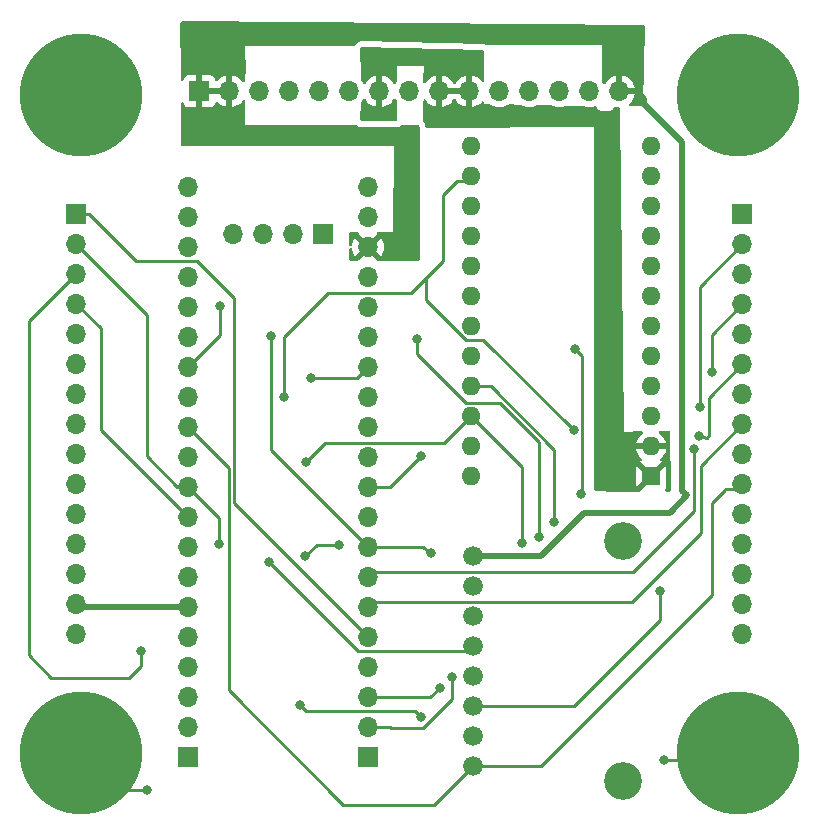
<source format=gbr>
%TF.GenerationSoftware,KiCad,Pcbnew,7.0.7*%
%TF.CreationDate,2024-04-01T01:38:16+05:30*%
%TF.ProjectId,FC_THT_STACK,46435f54-4854-45f5-9354-41434b2e6b69,rev?*%
%TF.SameCoordinates,Original*%
%TF.FileFunction,Copper,L1,Top*%
%TF.FilePolarity,Positive*%
%FSLAX46Y46*%
G04 Gerber Fmt 4.6, Leading zero omitted, Abs format (unit mm)*
G04 Created by KiCad (PCBNEW 7.0.7) date 2024-04-01 01:38:16*
%MOMM*%
%LPD*%
G01*
G04 APERTURE LIST*
%TA.AperFunction,ComponentPad*%
%ADD10R,1.700000X1.700000*%
%TD*%
%TA.AperFunction,ComponentPad*%
%ADD11O,1.700000X1.700000*%
%TD*%
%TA.AperFunction,ComponentPad*%
%ADD12C,10.400000*%
%TD*%
%TA.AperFunction,ComponentPad*%
%ADD13C,1.676400*%
%TD*%
%TA.AperFunction,ComponentPad*%
%ADD14C,3.200400*%
%TD*%
%TA.AperFunction,ComponentPad*%
%ADD15R,1.600000X1.600000*%
%TD*%
%TA.AperFunction,ComponentPad*%
%ADD16O,1.600000X1.600000*%
%TD*%
%TA.AperFunction,ViaPad*%
%ADD17C,0.800000*%
%TD*%
%TA.AperFunction,Conductor*%
%ADD18C,0.500000*%
%TD*%
%TA.AperFunction,Conductor*%
%ADD19C,0.250000*%
%TD*%
G04 APERTURE END LIST*
D10*
%TO.P,U3,1,B12*%
%TO.N,unconnected-(U3-B12-Pad1)*%
X114720000Y-111581000D03*
D11*
%TO.P,U3,2,B13*%
%TO.N,SCLK_SPI2*%
X114720000Y-109041000D03*
%TO.P,U3,3,B14*%
%TO.N,MISO_SPI2*%
X114720000Y-106501000D03*
%TO.P,U3,4,B15*%
%TO.N,MOSI_SPI2*%
X114720000Y-103961000D03*
%TO.P,U3,5,A8*%
%TO.N,CS_MS5607*%
X114720000Y-101421000D03*
%TO.P,U3,6,A9*%
%TO.N,TX_TELEM*%
X114720000Y-98881000D03*
%TO.P,U3,7,A10*%
%TO.N,RX_TELEM*%
X114720000Y-96341000D03*
%TO.P,U3,8,A11*%
%TO.N,CS_LPS*%
X114720000Y-93801000D03*
%TO.P,U3,9,A12*%
%TO.N,CS_ADXL*%
X114720000Y-91261000D03*
%TO.P,U3,10,A15*%
%TO.N,CS_LSM*%
X114720000Y-88721000D03*
%TO.P,U3,11,B3*%
%TO.N,unconnected-(U3-B3-Pad11)*%
X114720000Y-86181000D03*
%TO.P,U3,12,B4*%
%TO.N,unconnected-(U3-B4-Pad12)*%
X114720000Y-83641000D03*
%TO.P,U3,13,B5*%
%TO.N,unconnected-(U3-B5-Pad13)*%
X114720000Y-81101000D03*
%TO.P,U3,14,B6*%
%TO.N,I2C1_SCL*%
X114720000Y-78561000D03*
%TO.P,U3,15,B7*%
%TO.N,I2C1_SDA*%
X114720000Y-76021000D03*
%TO.P,U3,16,B8*%
%TO.N,unconnected-(U3-B8-Pad16)*%
X114720000Y-73481000D03*
%TO.P,U3,17,B9*%
%TO.N,unconnected-(U3-B9-Pad17)*%
X114720000Y-70941000D03*
%TO.P,U3,18,5V*%
%TO.N,5V*%
X114720000Y-68401000D03*
%TO.P,U3,19,G*%
%TO.N,GND*%
X114720000Y-65861000D03*
%TO.P,U3,20,3.3*%
%TO.N,unconnected-(U3-3.3-Pad20)*%
X114720000Y-63321000D03*
D10*
%TO.P,U3,21,5V*%
%TO.N,unconnected-(U3-5V-Pad21)*%
X99480000Y-111581000D03*
D11*
%TO.P,U3,22,G*%
%TO.N,GND*%
X99480000Y-109041000D03*
%TO.P,U3,23,3.3*%
%TO.N,unconnected-(U3-3.3-Pad23)*%
X99480000Y-106501000D03*
%TO.P,U3,24,B10*%
%TO.N,unconnected-(U3-B10-Pad24)*%
X99480000Y-103961000D03*
%TO.P,U3,25,B2*%
%TO.N,unconnected-(U3-B2-Pad25)*%
X99480000Y-101421000D03*
%TO.P,U3,26,B1*%
%TO.N,PYRO1*%
X99480000Y-98881000D03*
%TO.P,U3,27,B0*%
%TO.N,unconnected-(U3-B0-Pad27)*%
X99480000Y-96341000D03*
%TO.P,U3,28,A7*%
%TO.N,MOSI_SPI1*%
X99480000Y-93801000D03*
%TO.P,U3,29,A6*%
%TO.N,MISO_SPI1*%
X99480000Y-91261000D03*
%TO.P,U3,30,A5*%
%TO.N,SCLK_SPI1*%
X99480000Y-88721000D03*
%TO.P,U3,31,A4*%
%TO.N,unconnected-(U3-A4-Pad31)*%
X99480000Y-86181000D03*
%TO.P,U3,32,A3*%
%TO.N,INT_LPS*%
X99480000Y-83641000D03*
%TO.P,U3,33,A2*%
%TO.N,INT_LSM*%
X99480000Y-81101000D03*
%TO.P,U3,34,A1*%
%TO.N,INT_ADXL*%
X99480000Y-78561000D03*
%TO.P,U3,35,A0*%
%TO.N,PYRO2*%
X99480000Y-76021000D03*
%TO.P,U3,36,R*%
%TO.N,unconnected-(U3-R-Pad36)*%
X99480000Y-73481000D03*
%TO.P,U3,37,C15*%
%TO.N,unconnected-(U3-C15-Pad37)*%
X99480000Y-70941000D03*
%TO.P,U3,38,C14*%
%TO.N,unconnected-(U3-C14-Pad38)*%
X99480000Y-68401000D03*
%TO.P,U3,39,C13*%
%TO.N,unconnected-(U3-C13-Pad39)*%
X99480000Y-65861000D03*
%TO.P,U3,40,VB*%
%TO.N,unconnected-(U3-VB-Pad40)*%
X99480000Y-63321000D03*
D10*
%TO.P,U3,41,3.3V*%
%TO.N,unconnected-(U3-3.3V-Pad41)*%
X110910000Y-67295000D03*
D11*
%TO.P,U3,42,SWDIO*%
%TO.N,unconnected-(U3-SWDIO-Pad42)*%
X108370000Y-67295000D03*
%TO.P,U3,43,SWCLK*%
%TO.N,unconnected-(U3-SWCLK-Pad43)*%
X105830000Y-67295000D03*
%TO.P,U3,44,GND*%
%TO.N,GND*%
X103290000Y-67295000D03*
%TD*%
D10*
%TO.P,U4,1*%
%TO.N,CS_ADXL*%
X146405600Y-65633600D03*
D11*
%TO.P,U4,2*%
%TO.N,SCLK_SPI2*%
X146405600Y-68173600D03*
%TO.P,U4,3*%
%TO.N,MOSI_SPI2*%
X146405600Y-70713600D03*
%TO.P,U4,4*%
%TO.N,MISO_SPI2*%
X146405600Y-73253600D03*
%TO.P,U4,5*%
%TO.N,INT_ADXL*%
X146405600Y-75793600D03*
%TO.P,U4,6*%
%TO.N,CS_LSM*%
X146405600Y-78333600D03*
%TO.P,U4,7*%
%TO.N,INT_LSM*%
X146405600Y-80873600D03*
%TO.P,U4,8*%
%TO.N,TX_TELEM*%
X146405600Y-83413600D03*
%TO.P,U4,9*%
%TO.N,RX_TELEM*%
X146405600Y-85953600D03*
%TO.P,U4,10*%
%TO.N,INT_LPS*%
X146405600Y-88493600D03*
%TO.P,U4,11*%
%TO.N,unconnected-(U4-Pad11)*%
X146405600Y-91033600D03*
%TO.P,U4,12*%
%TO.N,unconnected-(U4-Pad12)*%
X146405600Y-93573600D03*
%TO.P,U4,13*%
%TO.N,unconnected-(U4-Pad13)*%
X146405600Y-96113600D03*
%TO.P,U4,14*%
%TO.N,PYRO2*%
X146405600Y-98653600D03*
%TO.P,U4,15*%
%TO.N,unconnected-(U4-Pad15)*%
X146405600Y-101193600D03*
%TO.P,U4,16*%
%TO.N,unconnected-(U4-Pad16)*%
X90005600Y-101163600D03*
%TO.P,U4,17*%
%TO.N,PYRO1*%
X90005600Y-98623600D03*
%TO.P,U4,18*%
%TO.N,unconnected-(U4-Pad18)*%
X90005600Y-96083600D03*
%TO.P,U4,19*%
%TO.N,unconnected-(U4-Pad19)*%
X90005600Y-93543600D03*
%TO.P,U4,20*%
%TO.N,unconnected-(U4-Pad20)*%
X90005600Y-91003600D03*
%TO.P,U4,21*%
%TO.N,unconnected-(U4-Pad21)*%
X90005600Y-88463600D03*
%TO.P,U4,22*%
%TO.N,unconnected-(U4-Pad22)*%
X90005600Y-85923600D03*
%TO.P,U4,23*%
%TO.N,I2C1_SDA*%
X90005600Y-83383600D03*
%TO.P,U4,24*%
%TO.N,I2C1_SCL*%
X90005600Y-80843600D03*
%TO.P,U4,25*%
%TO.N,unconnected-(U4-Pad25)*%
X90005600Y-78303600D03*
%TO.P,U4,26*%
%TO.N,CS_LPS*%
X90005600Y-75763600D03*
%TO.P,U4,27*%
%TO.N,MISO_SPI1*%
X90005600Y-73223600D03*
%TO.P,U4,28*%
%TO.N,MOSI_SPI1*%
X90005600Y-70683600D03*
%TO.P,U4,29*%
%TO.N,SCLK_SPI1*%
X90005600Y-68143600D03*
D10*
%TO.P,U4,30*%
%TO.N,CS_MS5607*%
X90005600Y-65603600D03*
%TO.P,U4,31*%
%TO.N,5V*%
X100430600Y-55218600D03*
D11*
%TO.P,U4,32*%
X102970600Y-55218600D03*
%TO.P,U4,33*%
%TO.N,unconnected-(U4-Pad33)*%
X105510600Y-55218600D03*
%TO.P,U4,34*%
%TO.N,unconnected-(U4-Pad34)*%
X108050600Y-55218600D03*
%TO.P,U4,35*%
%TO.N,unconnected-(U4-Pad35)*%
X110590600Y-55218600D03*
%TO.P,U4,36*%
%TO.N,unconnected-(U4-Pad36)*%
X113130600Y-55218600D03*
%TO.P,U4,37*%
%TO.N,3.3V*%
X115670600Y-55218600D03*
%TO.P,U4,38*%
%TO.N,unconnected-(U4-Pad38)*%
X118210600Y-55218600D03*
%TO.P,U4,39*%
%TO.N,3.3V*%
X120750600Y-55218600D03*
%TO.P,U4,40*%
X123290600Y-55218600D03*
%TO.P,U4,41*%
%TO.N,unconnected-(U4-Pad41)*%
X125830600Y-55218600D03*
%TO.P,U4,42*%
%TO.N,unconnected-(U4-Pad42)*%
X128370600Y-55218600D03*
%TO.P,U4,43*%
%TO.N,unconnected-(U4-Pad43)*%
X130910600Y-55218600D03*
%TO.P,U4,44*%
%TO.N,unconnected-(U4-Pad44)*%
X133450600Y-55218600D03*
%TO.P,U4,45*%
%TO.N,5V*%
X135990600Y-55218600D03*
D12*
%TO.P,U4,49,1*%
%TO.N,GND*%
X146005600Y-111218600D03*
%TO.P,U4,50,1*%
X90405600Y-111218600D03*
%TO.P,U4,51,1*%
X90405600Y-55518600D03*
%TO.P,U4,52,1*%
X146005600Y-55533600D03*
%TD*%
D13*
%TO.P,U1,1,VIN*%
%TO.N,5V*%
X123600000Y-94560000D03*
%TO.P,U1,2,3Vo*%
%TO.N,unconnected-(U1-3Vo-Pad2)*%
X123600000Y-97100000D03*
%TO.P,U1,3,GND*%
%TO.N,GND*%
X123600000Y-99640000D03*
%TO.P,U1,4,SCK*%
%TO.N,SCLK_SPI1*%
X123600000Y-102180000D03*
%TO.P,U1,5,SDO*%
%TO.N,MISO_SPI1*%
X123600000Y-104720000D03*
%TO.P,U1,6,SDI*%
%TO.N,MOSI_SPI1*%
X123600000Y-107260000D03*
%TO.P,U1,7,CS*%
%TO.N,CS_LPS*%
X123600000Y-109800000D03*
%TO.P,U1,8,INT*%
%TO.N,INT_LPS*%
X123600000Y-112340000D03*
D14*
%TO.P,U1,M$1*%
%TO.N,N/C*%
X136300000Y-113614981D03*
%TO.P,U1,M$2*%
X136300000Y-93290000D03*
%TD*%
D15*
%TO.P,U2,1,VDD*%
%TO.N,3.3V*%
X138675000Y-87825000D03*
D16*
%TO.P,U2,2,VDDIO*%
X138675000Y-85285000D03*
%TO.P,U2,3,OCS*%
%TO.N,unconnected-(U2-OCS-Pad3)*%
X138675000Y-82745000D03*
%TO.P,U2,4,SCX*%
%TO.N,unconnected-(U2-SCX-Pad4)*%
X138675000Y-80205000D03*
%TO.P,U2,5,SDX*%
%TO.N,unconnected-(U2-SDX-Pad5)*%
X138675000Y-77665000D03*
%TO.P,U2,6,OSDO*%
%TO.N,unconnected-(U2-OSDO-Pad6)*%
X138675000Y-75125000D03*
%TO.P,U2,7*%
%TO.N,unconnected-(U2-Pad7)*%
X138675000Y-72585000D03*
%TO.P,U2,8*%
%TO.N,unconnected-(U2-Pad8)*%
X138675000Y-70045000D03*
%TO.P,U2,9*%
%TO.N,unconnected-(U2-Pad9)*%
X138675000Y-67505000D03*
%TO.P,U2,10*%
%TO.N,unconnected-(U2-Pad10)*%
X138675000Y-64965000D03*
%TO.P,U2,11*%
%TO.N,unconnected-(U2-Pad11)*%
X138675000Y-62425000D03*
%TO.P,U2,12*%
%TO.N,unconnected-(U2-Pad12)*%
X138675000Y-59885000D03*
%TO.P,U2,13,SCX*%
%TO.N,unconnected-(U2-SCX-Pad13)*%
X123435000Y-87825000D03*
%TO.P,U2,14*%
%TO.N,unconnected-(U2-Pad14)*%
X123435000Y-85285000D03*
%TO.P,U2,15,SDO*%
%TO.N,MISO_SPI1*%
X123435000Y-82745000D03*
%TO.P,U2,16,SDA*%
%TO.N,MOSI_SPI1*%
X123435000Y-80205000D03*
%TO.P,U2,17,SCL*%
%TO.N,SCLK_SPI1*%
X123435000Y-77665000D03*
%TO.P,U2,18,CS*%
%TO.N,CS_LSM*%
X123435000Y-75125000D03*
%TO.P,U2,19,OCS*%
%TO.N,unconnected-(U2-OCS-Pad19)*%
X123435000Y-72585000D03*
%TO.P,U2,20,SDX*%
%TO.N,unconnected-(U2-SDX-Pad20)*%
X123435000Y-70045000D03*
%TO.P,U2,21,OSDO*%
%TO.N,unconnected-(U2-OSDO-Pad21)*%
X123435000Y-67505000D03*
%TO.P,U2,22,INT2*%
%TO.N,unconnected-(U2-INT2-Pad22)*%
X123435000Y-64965000D03*
%TO.P,U2,23,INT1*%
%TO.N,INT_LSM*%
X123435000Y-62425000D03*
%TO.P,U2,24,GND*%
%TO.N,GND*%
X123435000Y-59885000D03*
%TD*%
D17*
%TO.N,GND*%
X139776200Y-111836200D03*
X96037400Y-114350800D03*
%TO.N,SCLK_SPI1*%
X106362500Y-95084900D03*
X112242600Y-93599000D03*
X102082600Y-93522800D03*
X109397800Y-94564200D03*
%TO.N,MISO_SPI1*%
X109499400Y-86563200D03*
X127711200Y-93497400D03*
%TO.N,MOSI_SPI1*%
X95478600Y-102641400D03*
X130429000Y-91668600D03*
X139395200Y-97536000D03*
X119176800Y-108153200D03*
X108991400Y-107213400D03*
%TO.N,CS_LPS*%
X106476800Y-75895200D03*
X120065800Y-94310200D03*
%TO.N,CS_LSM*%
X132715000Y-89281000D03*
X119202200Y-86080600D03*
X132232400Y-77038200D03*
X142748000Y-84429600D03*
%TO.N,INT_LSM*%
X132130800Y-83921600D03*
X107621000Y-81101000D03*
%TO.N,SCLK_SPI2*%
X142824200Y-81965800D03*
X121843800Y-104775000D03*
%TO.N,MISO_SPI2*%
X120790800Y-105701000D03*
X143814800Y-78994000D03*
%TO.N,RX_TELEM*%
X142316200Y-85521800D03*
%TO.N,I2C1_SCL*%
X109880400Y-79527400D03*
%TO.N,INT_ADXL*%
X102209600Y-73380600D03*
%TO.N,PYRO2*%
X129184400Y-92913200D03*
X118846600Y-76200000D03*
%TD*%
D18*
%TO.N,5V*%
X141732000Y-89433400D02*
X141325600Y-89027000D01*
X138099800Y-55905400D02*
X137413000Y-55218600D01*
X138099800Y-56286400D02*
X138099800Y-55905400D01*
X140284200Y-90881200D02*
X141732000Y-89433400D01*
X141325600Y-89027000D02*
X141325600Y-59512200D01*
X137413000Y-55218600D02*
X135990600Y-55218600D01*
X133019800Y-90881200D02*
X140284200Y-90881200D01*
X141325600Y-59512200D02*
X138099800Y-56286400D01*
X123600000Y-94560000D02*
X129341000Y-94560000D01*
X129341000Y-94560000D02*
X133019800Y-90881200D01*
D19*
%TO.N,GND*%
X139776200Y-111836200D02*
X145388000Y-111836200D01*
X96037400Y-114350800D02*
X93537800Y-114350800D01*
X145388000Y-111836200D02*
X146005600Y-111218600D01*
X93537800Y-114350800D02*
X90405600Y-111218600D01*
%TO.N,SCLK_SPI1*%
X109474000Y-94513400D02*
X109448600Y-94513400D01*
X90005600Y-68143600D02*
X95986600Y-74124600D01*
X123600000Y-102180000D02*
X123184000Y-102596000D01*
X95986600Y-86131400D02*
X98576200Y-88721000D01*
X98576200Y-88721000D02*
X99480000Y-88721000D01*
X102082600Y-91323600D02*
X99480000Y-88721000D01*
X123184000Y-102596000D02*
X113873600Y-102596000D01*
X102082600Y-93522800D02*
X102082600Y-91323600D01*
X110388400Y-93599000D02*
X109474000Y-94513400D01*
X95986600Y-74124600D02*
X95986600Y-86131400D01*
X112242600Y-93599000D02*
X110388400Y-93599000D01*
X113873600Y-102596000D02*
X106248200Y-94970600D01*
X109448600Y-94513400D02*
X109397800Y-94564200D01*
%TO.N,MISO_SPI1*%
X111056600Y-85006000D02*
X121174000Y-85006000D01*
X109499400Y-86563200D02*
X111056600Y-85006000D01*
X92075000Y-75293000D02*
X90005600Y-73223600D01*
X123435000Y-82745000D02*
X127711200Y-87021200D01*
X127711200Y-87021200D02*
X127711200Y-93497400D01*
X92075000Y-83856000D02*
X92075000Y-75293000D01*
X121174000Y-85006000D02*
X123435000Y-82745000D01*
X99480000Y-91261000D02*
X92075000Y-83856000D01*
%TO.N,MOSI_SPI1*%
X86004400Y-74684800D02*
X86004400Y-102971600D01*
X95478600Y-103835200D02*
X95478600Y-102641400D01*
X90005600Y-70683600D02*
X86004400Y-74684800D01*
X123435000Y-80205000D02*
X125088196Y-80205000D01*
X119202200Y-108153200D02*
X119176800Y-108153200D01*
X132135000Y-107260000D02*
X123600000Y-107260000D01*
X130454400Y-91694000D02*
X130429000Y-91668600D01*
X118725000Y-107676000D02*
X119202200Y-108153200D01*
X139395200Y-99999800D02*
X132135000Y-107260000D01*
X125088196Y-80205000D02*
X130454400Y-85571204D01*
X94462600Y-104851200D02*
X95478600Y-103835200D01*
X108991400Y-107213400D02*
X109454000Y-107676000D01*
X86004400Y-102971600D02*
X87884000Y-104851200D01*
X139395200Y-97536000D02*
X139395200Y-99999800D01*
X130454400Y-85571204D02*
X130454400Y-91694000D01*
X109454000Y-107676000D02*
X118725000Y-107676000D01*
X87884000Y-104851200D02*
X94462600Y-104851200D01*
%TO.N,CS_LPS*%
X114720000Y-93801000D02*
X119404200Y-93801000D01*
X120015000Y-94411800D02*
X120015000Y-94361000D01*
X114720000Y-93801000D02*
X106476800Y-85557800D01*
X120015000Y-94361000D02*
X120065800Y-94310200D01*
X119404200Y-93801000D02*
X120015000Y-94411800D01*
X106476800Y-85557800D02*
X106476800Y-75895200D01*
%TO.N,INT_LPS*%
X144932400Y-88874600D02*
X146024600Y-88874600D01*
X112623600Y-115620800D02*
X120319200Y-115620800D01*
X102928000Y-105925200D02*
X112623600Y-115620800D01*
X146024600Y-88874600D02*
X146405600Y-88493600D01*
X144932400Y-88976200D02*
X144932400Y-88874600D01*
X129366400Y-112340000D02*
X143865600Y-97840800D01*
X123600000Y-112340000D02*
X129366400Y-112340000D01*
X143865600Y-97840800D02*
X143865600Y-90043000D01*
X102928000Y-87089000D02*
X102928000Y-105925200D01*
X99480000Y-83641000D02*
X102928000Y-87089000D01*
X120319200Y-115620800D02*
X123600000Y-112340000D01*
X143865600Y-90043000D02*
X144932400Y-88976200D01*
%TO.N,CS_LSM*%
X146405600Y-78333600D02*
X143549200Y-81190000D01*
X116561800Y-88721000D02*
X119202200Y-86080600D01*
X132855800Y-77661600D02*
X132855800Y-89114800D01*
X143549200Y-84291000D02*
X143611600Y-84353400D01*
X143549200Y-81190000D02*
X143549200Y-84291000D01*
X143433800Y-84531200D02*
X142748000Y-84429600D01*
X132855800Y-89114800D02*
X132689600Y-89281000D01*
X143611600Y-84353400D02*
X143433800Y-84531200D01*
X114720000Y-88721000D02*
X116561800Y-88721000D01*
X132232400Y-77038200D02*
X132855800Y-77661600D01*
%TO.N,INT_LSM*%
X122224800Y-62788800D02*
X123071200Y-62788800D01*
X124459200Y-76250000D02*
X122969009Y-76250000D01*
X111310600Y-72306000D02*
X118346400Y-72306000D01*
X121031000Y-69621400D02*
X121031000Y-63982600D01*
X119608600Y-71043800D02*
X121031000Y-69621400D01*
X107621000Y-81101000D02*
X107621000Y-75995600D01*
X123071200Y-62788800D02*
X123435000Y-62425000D01*
X132130800Y-83921600D02*
X124459200Y-76250000D01*
X118346400Y-72306000D02*
X119608600Y-71043800D01*
X107621000Y-75995600D02*
X111310600Y-72306000D01*
X122969009Y-76250000D02*
X119608600Y-72889591D01*
X121031000Y-63982600D02*
X122224800Y-62788800D01*
X119608600Y-72889591D02*
X119608600Y-71043800D01*
%TO.N,SCLK_SPI2*%
X142824200Y-71755000D02*
X142824200Y-82016600D01*
X121843800Y-104775000D02*
X121843800Y-106654600D01*
X119354600Y-109143800D02*
X116636800Y-109143800D01*
X116534000Y-109041000D02*
X114720000Y-109041000D01*
X116636800Y-109143800D02*
X116534000Y-109041000D01*
X146405600Y-68173600D02*
X142824200Y-71755000D01*
X121843800Y-106654600D02*
X119354600Y-109143800D01*
%TO.N,MISO_SPI2*%
X143814800Y-75844400D02*
X143814800Y-78994000D01*
X119990800Y-106501000D02*
X114720000Y-106501000D01*
X120790800Y-105701000D02*
X119990800Y-106501000D01*
X146405600Y-73253600D02*
X143814800Y-75844400D01*
%TO.N,CS_MS5607*%
X95077600Y-69576000D02*
X91105200Y-65603600D01*
X103378000Y-72720200D02*
X100233800Y-69576000D01*
X114720000Y-101421000D02*
X103378000Y-90079000D01*
X100233800Y-69576000D02*
X95077600Y-69576000D01*
X103378000Y-90079000D02*
X103378000Y-72720200D01*
X91105200Y-65603600D02*
X90005600Y-65603600D01*
%TO.N,TX_TELEM*%
X115124200Y-98476800D02*
X114720000Y-98881000D01*
X142875000Y-86944200D02*
X142875000Y-92633800D01*
X137032000Y-98476800D02*
X115124200Y-98476800D01*
X146405600Y-83413600D02*
X142875000Y-86944200D01*
X142875000Y-92633800D02*
X137032000Y-98476800D01*
%TO.N,RX_TELEM*%
X114720000Y-96341000D02*
X115124200Y-95936800D01*
X115124200Y-95936800D02*
X137133600Y-95936800D01*
X142316200Y-90754200D02*
X142316200Y-85521800D01*
X137133600Y-95936800D02*
X142316200Y-90754200D01*
%TO.N,I2C1_SCL*%
X113753600Y-79527400D02*
X114720000Y-78561000D01*
X109880400Y-79527400D02*
X113753600Y-79527400D01*
%TO.N,INT_ADXL*%
X99480000Y-78561000D02*
X102209600Y-75831400D01*
X102209600Y-75831400D02*
X102209600Y-73380600D01*
D18*
%TO.N,PYRO1*%
X99480000Y-98881000D02*
X90263000Y-98881000D01*
X90263000Y-98881000D02*
X90005600Y-98623600D01*
D19*
%TO.N,PYRO2*%
X122969009Y-81620000D02*
X125866800Y-81620000D01*
X129184400Y-84937600D02*
X129184400Y-92913200D01*
X125866800Y-81620000D02*
X129184400Y-84937600D01*
X118846600Y-77497591D02*
X122969009Y-81620000D01*
X118846600Y-76200000D02*
X118846600Y-77497591D01*
%TD*%
%TA.AperFunction,Conductor*%
%TO.N,3.3V*%
G36*
X123468110Y-55718107D02*
G01*
X123520914Y-55763861D01*
X123540599Y-55830901D01*
X123540599Y-56549234D01*
X123754083Y-56492033D01*
X123754092Y-56492029D01*
X123968178Y-56392200D01*
X124161678Y-56256708D01*
X124325501Y-56092885D01*
X124386825Y-56059400D01*
X124456516Y-56064384D01*
X124512450Y-56106255D01*
X124536867Y-56171720D01*
X124537178Y-56181724D01*
X124536477Y-56256708D01*
X124536200Y-56286400D01*
X124978559Y-56296143D01*
X125045144Y-56317298D01*
X125046905Y-56318507D01*
X125152770Y-56392635D01*
X125366937Y-56492503D01*
X125595192Y-56553663D01*
X125783518Y-56570139D01*
X125830599Y-56574259D01*
X125830600Y-56574259D01*
X125830601Y-56574259D01*
X125869834Y-56570826D01*
X126066008Y-56553663D01*
X126294263Y-56492503D01*
X126508430Y-56392635D01*
X126562114Y-56355044D01*
X126628317Y-56332718D01*
X126635954Y-56332650D01*
X127601054Y-56353907D01*
X127667641Y-56375063D01*
X127669445Y-56376303D01*
X127692766Y-56392633D01*
X127692770Y-56392635D01*
X127906937Y-56492503D01*
X128135192Y-56553663D01*
X128323518Y-56570139D01*
X128370599Y-56574259D01*
X128370600Y-56574259D01*
X128370601Y-56574259D01*
X128409834Y-56570826D01*
X128606008Y-56553663D01*
X128834263Y-56492503D01*
X129036239Y-56398319D01*
X129091364Y-56386734D01*
X130250026Y-56412255D01*
X130299691Y-56423841D01*
X130446937Y-56492503D01*
X130675192Y-56553663D01*
X130863518Y-56570139D01*
X130910599Y-56574259D01*
X130910600Y-56574259D01*
X130910601Y-56574259D01*
X130949834Y-56570826D01*
X131146008Y-56553663D01*
X131355558Y-56497515D01*
X131374260Y-56492504D01*
X131374260Y-56492503D01*
X131374263Y-56492503D01*
X131461670Y-56451744D01*
X131516799Y-56440157D01*
X132915950Y-56470975D01*
X132965620Y-56482563D01*
X132985929Y-56492033D01*
X132986937Y-56492503D01*
X133215192Y-56553663D01*
X133403518Y-56570139D01*
X133450599Y-56574259D01*
X133450600Y-56574259D01*
X133450601Y-56574259D01*
X133489834Y-56570826D01*
X133686008Y-56553663D01*
X133895559Y-56497514D01*
X133930376Y-56493320D01*
X133983793Y-56494496D01*
X134050381Y-56515651D01*
X134087198Y-56554348D01*
X134136546Y-56636037D01*
X134180817Y-56690091D01*
X134180819Y-56690093D01*
X134286899Y-56787297D01*
X134416067Y-56850677D01*
X134482534Y-56872215D01*
X134624325Y-56896637D01*
X134952556Y-56905753D01*
X134952557Y-56905754D01*
X134965087Y-56905791D01*
X134965087Y-56905790D01*
X134965088Y-56905791D01*
X134983640Y-56905387D01*
X135008682Y-56904219D01*
X135149274Y-56873635D01*
X135214738Y-56849218D01*
X135341013Y-56780267D01*
X135442753Y-56678530D01*
X135466717Y-56646518D01*
X135484622Y-56622602D01*
X135484625Y-56622597D01*
X135484631Y-56622589D01*
X135499755Y-56594889D01*
X135549157Y-56545484D01*
X135611314Y-56530345D01*
X135658332Y-56531380D01*
X135687683Y-56535574D01*
X135755192Y-56553663D01*
X135956453Y-56571271D01*
X136021521Y-56596723D01*
X136062500Y-56653314D01*
X136069636Y-56693309D01*
X136397999Y-84023199D01*
X136397999Y-84023198D01*
X136398000Y-84023200D01*
X137848719Y-83999801D01*
X137916066Y-84018402D01*
X137962667Y-84070461D01*
X137973724Y-84139450D01*
X137945728Y-84203466D01*
X137921842Y-84225359D01*
X137836183Y-84285338D01*
X137675342Y-84446179D01*
X137544865Y-84632517D01*
X137448734Y-84838673D01*
X137448730Y-84838682D01*
X137396127Y-85034999D01*
X137396128Y-85035000D01*
X138164424Y-85035000D01*
X138231463Y-85054685D01*
X138277218Y-85107489D01*
X138287162Y-85176647D01*
X138286897Y-85178397D01*
X138270014Y-85284996D01*
X138270014Y-85285003D01*
X138286897Y-85391603D01*
X138277942Y-85460896D01*
X138232946Y-85514348D01*
X138166194Y-85534987D01*
X138164424Y-85535000D01*
X137396128Y-85535000D01*
X137448730Y-85731317D01*
X137448734Y-85731326D01*
X137544865Y-85937482D01*
X137675342Y-86123820D01*
X137836183Y-86284661D01*
X137861845Y-86302630D01*
X137905470Y-86357207D01*
X137912662Y-86426705D01*
X137881140Y-86489060D01*
X137820909Y-86524473D01*
X137803978Y-86527493D01*
X137767626Y-86531401D01*
X137767615Y-86531404D01*
X137743829Y-86540274D01*
X137743829Y-86540277D01*
X138491133Y-87287580D01*
X138524618Y-87348903D01*
X138519634Y-87418594D01*
X138477762Y-87474528D01*
X138459748Y-87485745D01*
X138436956Y-87497358D01*
X138436949Y-87497363D01*
X138347363Y-87586949D01*
X138347358Y-87586956D01*
X138335745Y-87609748D01*
X138287770Y-87660544D01*
X138219949Y-87677338D01*
X138153814Y-87654800D01*
X138137580Y-87641133D01*
X137390277Y-86893829D01*
X137390274Y-86893829D01*
X137381404Y-86917615D01*
X137381401Y-86917625D01*
X137375000Y-86977157D01*
X137375000Y-88672844D01*
X137381401Y-88732373D01*
X137390276Y-88756170D01*
X138137580Y-88008866D01*
X138198903Y-87975381D01*
X138268594Y-87980365D01*
X138324528Y-88022237D01*
X138335742Y-88040246D01*
X138347359Y-88063045D01*
X138347361Y-88063047D01*
X138347363Y-88063050D01*
X138436949Y-88152636D01*
X138436951Y-88152637D01*
X138436955Y-88152641D01*
X138459747Y-88164254D01*
X138510542Y-88212228D01*
X138527337Y-88280049D01*
X138504799Y-88346184D01*
X138491132Y-88362419D01*
X137755529Y-89098022D01*
X137719173Y-89117873D01*
X137604836Y-89118508D01*
X137604832Y-89118507D01*
X135788400Y-89128600D01*
X134003995Y-89081015D01*
X133937505Y-89059550D01*
X133893174Y-89005545D01*
X133883301Y-88957164D01*
X133858000Y-57861200D01*
X133857999Y-57861207D01*
X133857999Y-57861199D01*
X133820753Y-58159172D01*
X133792906Y-58223252D01*
X133734834Y-58262105D01*
X133697929Y-58267792D01*
X119701126Y-58292433D01*
X119634052Y-58272866D01*
X119588204Y-58220143D01*
X119577641Y-58181892D01*
X119569303Y-58105530D01*
X119569301Y-58105523D01*
X119569301Y-58105518D01*
X119558095Y-58054282D01*
X119524087Y-57952296D01*
X119513662Y-57936074D01*
X119446307Y-57831268D01*
X119446300Y-57831258D01*
X119413394Y-57793283D01*
X119384369Y-57729727D01*
X119383109Y-57711431D01*
X119392129Y-56024760D01*
X119412171Y-55957833D01*
X119465218Y-55912361D01*
X119534429Y-55902787D01*
X119597829Y-55932152D01*
X119617700Y-55954305D01*
X119712490Y-56089678D01*
X119879517Y-56256705D01*
X120073021Y-56392200D01*
X120287107Y-56492029D01*
X120287116Y-56492033D01*
X120500598Y-56549235D01*
X120500599Y-56549234D01*
X120500599Y-55830901D01*
X120520284Y-55763862D01*
X120573088Y-55718107D01*
X120642246Y-55708163D01*
X120648980Y-55709131D01*
X120714837Y-55718600D01*
X120714838Y-55718600D01*
X120786362Y-55718600D01*
X120786363Y-55718600D01*
X120858953Y-55708163D01*
X120928112Y-55718107D01*
X120980915Y-55763862D01*
X121000600Y-55830901D01*
X121000600Y-56549233D01*
X121214083Y-56492033D01*
X121214092Y-56492029D01*
X121428178Y-56392200D01*
X121621682Y-56256705D01*
X121788705Y-56089682D01*
X121919025Y-55903568D01*
X121973602Y-55859944D01*
X122043101Y-55852751D01*
X122105455Y-55884273D01*
X122122175Y-55903568D01*
X122252494Y-56089682D01*
X122419517Y-56256705D01*
X122613021Y-56392200D01*
X122827107Y-56492029D01*
X122827116Y-56492033D01*
X123040600Y-56549234D01*
X123040600Y-55830901D01*
X123060285Y-55763862D01*
X123113089Y-55718107D01*
X123182247Y-55708163D01*
X123254837Y-55718600D01*
X123254838Y-55718600D01*
X123326362Y-55718600D01*
X123326363Y-55718600D01*
X123398952Y-55708163D01*
X123468110Y-55718107D01*
G37*
%TD.AperFunction*%
%TA.AperFunction,Conductor*%
G36*
X140252736Y-83992703D02*
G01*
X140299062Y-84045007D01*
X140310828Y-84096513D01*
X140359166Y-88978665D01*
X140340146Y-89045896D01*
X140287798Y-89092172D01*
X140235861Y-89103891D01*
X139988463Y-89105265D01*
X139921315Y-89085953D01*
X139875267Y-89033404D01*
X139864940Y-88964302D01*
X139888509Y-88906954D01*
X139918352Y-88867090D01*
X139918354Y-88867086D01*
X139968596Y-88732379D01*
X139968598Y-88732372D01*
X139974999Y-88672844D01*
X139975000Y-88672827D01*
X139975000Y-86977172D01*
X139974999Y-86977155D01*
X139968598Y-86917627D01*
X139968597Y-86917623D01*
X139959722Y-86893829D01*
X139212419Y-87641132D01*
X139151096Y-87674617D01*
X139081404Y-87669633D01*
X139025471Y-87627761D01*
X139014256Y-87609751D01*
X139002641Y-87586955D01*
X139002637Y-87586951D01*
X139002636Y-87586949D01*
X138913050Y-87497363D01*
X138913047Y-87497361D01*
X138913045Y-87497359D01*
X138890250Y-87485744D01*
X138839456Y-87437771D01*
X138822661Y-87369950D01*
X138845198Y-87303815D01*
X138858866Y-87287580D01*
X139606170Y-86540276D01*
X139582373Y-86531401D01*
X139546022Y-86527493D01*
X139481471Y-86500755D01*
X139441623Y-86443362D01*
X139439130Y-86373537D01*
X139474783Y-86313448D01*
X139488156Y-86302628D01*
X139513819Y-86284658D01*
X139674657Y-86123820D01*
X139805134Y-85937482D01*
X139901265Y-85731326D01*
X139901269Y-85731317D01*
X139953872Y-85535000D01*
X139185576Y-85535000D01*
X139118537Y-85515315D01*
X139072782Y-85462511D01*
X139062838Y-85393353D01*
X139063103Y-85391603D01*
X139079986Y-85285003D01*
X139079986Y-85284996D01*
X139063103Y-85178397D01*
X139072058Y-85109104D01*
X139117054Y-85055652D01*
X139183806Y-85035013D01*
X139185576Y-85035000D01*
X139953872Y-85035000D01*
X139953872Y-85034999D01*
X139901269Y-84838682D01*
X139901265Y-84838673D01*
X139805134Y-84632517D01*
X139674657Y-84446179D01*
X139513820Y-84285342D01*
X139402041Y-84207073D01*
X139358416Y-84152496D01*
X139351224Y-84082997D01*
X139382746Y-84020643D01*
X139442976Y-83985229D01*
X139471805Y-83981506D01*
X140185489Y-83973749D01*
X140252736Y-83992703D01*
G37*
%TD.AperFunction*%
%TA.AperFunction,Conductor*%
G36*
X122744292Y-54988285D02*
G01*
X122790047Y-55041089D01*
X122799991Y-55110247D01*
X122796231Y-55127533D01*
X122790600Y-55146711D01*
X122790600Y-55290488D01*
X122796231Y-55309667D01*
X122796230Y-55379536D01*
X122758455Y-55438314D01*
X122694899Y-55467338D01*
X122677253Y-55468600D01*
X121363947Y-55468600D01*
X121296908Y-55448915D01*
X121251153Y-55396111D01*
X121241209Y-55326953D01*
X121244969Y-55309667D01*
X121250600Y-55290488D01*
X121250600Y-55146711D01*
X121244969Y-55127533D01*
X121244970Y-55057664D01*
X121282745Y-54998886D01*
X121346301Y-54969862D01*
X121363947Y-54968600D01*
X122677253Y-54968600D01*
X122744292Y-54988285D01*
G37*
%TD.AperFunction*%
%TA.AperFunction,Conductor*%
G36*
X121000600Y-53947366D02*
G01*
X121000600Y-54606298D01*
X120980915Y-54673337D01*
X120928111Y-54719092D01*
X120858955Y-54729036D01*
X120786366Y-54718600D01*
X120786363Y-54718600D01*
X120714837Y-54718600D01*
X120714833Y-54718600D01*
X120642244Y-54729036D01*
X120573086Y-54719092D01*
X120520283Y-54673336D01*
X120500599Y-54606298D01*
X120500598Y-53939865D01*
X121000600Y-53947366D01*
G37*
%TD.AperFunction*%
%TA.AperFunction,Conductor*%
G36*
X123540598Y-53985465D02*
G01*
X123540599Y-54606298D01*
X123520914Y-54673337D01*
X123468110Y-54719092D01*
X123398953Y-54729036D01*
X123326364Y-54718600D01*
X123326363Y-54718600D01*
X123254837Y-54718600D01*
X123254833Y-54718600D01*
X123182245Y-54729036D01*
X123113087Y-54719092D01*
X123060284Y-54673336D01*
X123040600Y-54606298D01*
X123040600Y-53977966D01*
X123540598Y-53985465D01*
G37*
%TD.AperFunction*%
%TA.AperFunction,Conductor*%
G36*
X122765620Y-53973841D02*
G01*
X122613022Y-54044999D01*
X122613020Y-54045000D01*
X122419526Y-54180486D01*
X122419520Y-54180491D01*
X122252491Y-54347520D01*
X122252490Y-54347522D01*
X122122175Y-54533631D01*
X122067598Y-54577255D01*
X121998099Y-54584448D01*
X121935745Y-54552926D01*
X121919025Y-54533631D01*
X121788709Y-54347522D01*
X121788708Y-54347520D01*
X121621682Y-54180494D01*
X121428178Y-54044999D01*
X121226053Y-53950747D01*
X122765620Y-53973841D01*
G37*
%TD.AperFunction*%
%TA.AperFunction,Conductor*%
G36*
X119456200Y-53924200D02*
G01*
X120317168Y-53937114D01*
X120287105Y-53945170D01*
X120073022Y-54044999D01*
X120073020Y-54045000D01*
X119879526Y-54180486D01*
X119879520Y-54180491D01*
X119712491Y-54347520D01*
X119712490Y-54347522D01*
X119626397Y-54470475D01*
X119571820Y-54514100D01*
X119502321Y-54521292D01*
X119439967Y-54489770D01*
X119404553Y-54429540D01*
X119400825Y-54398697D01*
X119404853Y-53645423D01*
X119424896Y-53578492D01*
X119441386Y-53558191D01*
X119456197Y-53543450D01*
X119456200Y-53543450D01*
X119456200Y-53924200D01*
G37*
%TD.AperFunction*%
%TA.AperFunction,Conductor*%
G36*
X124558116Y-53618405D02*
G01*
X124560880Y-53645623D01*
X124554964Y-54278535D01*
X124534653Y-54345388D01*
X124481424Y-54390647D01*
X124412176Y-54399944D01*
X124348894Y-54370326D01*
X124332215Y-54351655D01*
X124332194Y-54351674D01*
X124331610Y-54350978D01*
X124329390Y-54348493D01*
X124328712Y-54347525D01*
X124328708Y-54347520D01*
X124161682Y-54180494D01*
X123968178Y-54044999D01*
X123850475Y-53990114D01*
X124536200Y-54000400D01*
X124536200Y-53578033D01*
X124558116Y-53618405D01*
G37*
%TD.AperFunction*%
%TD*%
%TA.AperFunction,Conductor*%
%TO.N,3.3V*%
G36*
X115848112Y-55718107D02*
G01*
X115900915Y-55763862D01*
X115920600Y-55830901D01*
X115920600Y-56549233D01*
X116134083Y-56492033D01*
X116134092Y-56492029D01*
X116348178Y-56392200D01*
X116541682Y-56256705D01*
X116708705Y-56089682D01*
X116838719Y-55904005D01*
X116893296Y-55860381D01*
X116962795Y-55853188D01*
X117025149Y-55884710D01*
X117041869Y-55904005D01*
X117164473Y-56079101D01*
X117186800Y-56145307D01*
X117186896Y-56149555D01*
X117194926Y-57634930D01*
X117175604Y-57702075D01*
X117123048Y-57748114D01*
X117070928Y-57759600D01*
X114196270Y-57759600D01*
X114129231Y-57739915D01*
X114083476Y-57687111D01*
X114072273Y-57634733D01*
X114082114Y-56227476D01*
X114102266Y-56160580D01*
X114118425Y-56140670D01*
X114169095Y-56090001D01*
X114299330Y-55904005D01*
X114353907Y-55860381D01*
X114423405Y-55853187D01*
X114485760Y-55884710D01*
X114502479Y-55904005D01*
X114632490Y-56089678D01*
X114799517Y-56256705D01*
X114993021Y-56392200D01*
X115207107Y-56492029D01*
X115207116Y-56492033D01*
X115420598Y-56549235D01*
X115420599Y-56549234D01*
X115420599Y-55830901D01*
X115440284Y-55763862D01*
X115493088Y-55718107D01*
X115562246Y-55708163D01*
X115568980Y-55709131D01*
X115634837Y-55718600D01*
X115634838Y-55718600D01*
X115706362Y-55718600D01*
X115706363Y-55718600D01*
X115778953Y-55708163D01*
X115848112Y-55718107D01*
G37*
%TD.AperFunction*%
%TA.AperFunction,Conductor*%
G36*
X124414898Y-51711763D02*
G01*
X124481491Y-51732899D01*
X124526087Y-51786685D01*
X124536200Y-51835732D01*
X124536200Y-54000400D01*
X123850475Y-53990114D01*
X123754092Y-53945170D01*
X123754086Y-53945167D01*
X123540599Y-53887964D01*
X123540598Y-53887964D01*
X123540598Y-53985465D01*
X123040600Y-53977966D01*
X123040600Y-53887964D01*
X123040599Y-53887964D01*
X122827113Y-53945167D01*
X122827107Y-53945170D01*
X122765620Y-53973841D01*
X121226053Y-53950747D01*
X121214092Y-53945170D01*
X121214086Y-53945167D01*
X121000600Y-53887964D01*
X121000600Y-53947366D01*
X120500598Y-53939865D01*
X120500598Y-53887964D01*
X120317168Y-53937114D01*
X119456200Y-53924200D01*
X119456200Y-53035200D01*
X119456199Y-53035200D01*
X117170199Y-53060599D01*
X117176902Y-54300578D01*
X117157580Y-54367723D01*
X117154479Y-54372372D01*
X117041869Y-54533195D01*
X116987292Y-54576819D01*
X116917793Y-54584012D01*
X116855439Y-54552490D01*
X116838719Y-54533194D01*
X116708713Y-54347526D01*
X116708708Y-54347520D01*
X116541682Y-54180494D01*
X116348178Y-54044999D01*
X116134092Y-53945170D01*
X116134086Y-53945167D01*
X115920600Y-53887964D01*
X115920600Y-54606298D01*
X115900915Y-54673337D01*
X115848111Y-54719092D01*
X115778955Y-54729036D01*
X115706366Y-54718600D01*
X115706363Y-54718600D01*
X115634837Y-54718600D01*
X115634833Y-54718600D01*
X115562244Y-54729036D01*
X115493086Y-54719092D01*
X115440283Y-54673336D01*
X115420599Y-54606298D01*
X115420599Y-53887964D01*
X115420598Y-53887964D01*
X115207105Y-53945170D01*
X114993022Y-54044999D01*
X114993020Y-54045000D01*
X114799526Y-54180486D01*
X114799520Y-54180491D01*
X114632491Y-54347520D01*
X114632490Y-54347522D01*
X114502480Y-54533195D01*
X114447903Y-54576819D01*
X114378404Y-54584012D01*
X114316050Y-54552490D01*
X114299330Y-54533194D01*
X114169094Y-54347197D01*
X114132454Y-54310558D01*
X114098968Y-54249236D01*
X114096138Y-54222019D01*
X114096800Y-54127400D01*
X114096800Y-53873400D01*
X114024773Y-51616567D01*
X114042309Y-51548936D01*
X114093627Y-51501520D01*
X114151402Y-51488643D01*
X124414898Y-51711763D01*
G37*
%TD.AperFunction*%
%TD*%
%TA.AperFunction,Conductor*%
%TO.N,5V*%
G36*
X113336803Y-68481371D02*
G01*
X113374577Y-68540149D01*
X113379128Y-68564277D01*
X113385430Y-68636315D01*
X113385432Y-68636326D01*
X113446566Y-68864483D01*
X113446570Y-68864492D01*
X113546400Y-69078579D01*
X113546402Y-69078583D01*
X113605072Y-69162373D01*
X113605073Y-69162373D01*
X114111050Y-68656395D01*
X114172373Y-68622910D01*
X114242064Y-68627894D01*
X114297998Y-68669765D01*
X114303039Y-68677025D01*
X114303048Y-68677039D01*
X114338239Y-68731798D01*
X114453602Y-68831759D01*
X114451293Y-68834422D01*
X114486006Y-68874499D01*
X114495935Y-68943660D01*
X114466898Y-69007210D01*
X114460882Y-69013669D01*
X113965670Y-69508881D01*
X113904347Y-69542366D01*
X113877989Y-69545200D01*
X113255600Y-69545200D01*
X113188561Y-69525515D01*
X113142806Y-69472711D01*
X113131600Y-69421200D01*
X113131600Y-68575084D01*
X113151285Y-68508045D01*
X113204089Y-68462290D01*
X113273247Y-68452346D01*
X113336803Y-68481371D01*
G37*
%TD.AperFunction*%
%TA.AperFunction,Conductor*%
G36*
X103148110Y-55718107D02*
G01*
X103200914Y-55763861D01*
X103220599Y-55830901D01*
X103220599Y-56549233D01*
X103434083Y-56492033D01*
X103434092Y-56492029D01*
X103648178Y-56392200D01*
X103841682Y-56256705D01*
X104008705Y-56089682D01*
X104069566Y-56002765D01*
X104124143Y-55959141D01*
X104193642Y-55951948D01*
X104255996Y-55983470D01*
X104291410Y-56043700D01*
X104295133Y-56072496D01*
X104317799Y-58089799D01*
X104317800Y-58089800D01*
X113722707Y-58089800D01*
X113789746Y-58109485D01*
X113803910Y-58120088D01*
X113855930Y-58165164D01*
X113855931Y-58165165D01*
X113855934Y-58165167D01*
X113855936Y-58165168D01*
X113855938Y-58165169D01*
X113961820Y-58213525D01*
X113986811Y-58224938D01*
X114031627Y-58238097D01*
X114053845Y-58244622D01*
X114053850Y-58244623D01*
X114053854Y-58244624D01*
X114196270Y-58265100D01*
X114196273Y-58265100D01*
X117070928Y-58265100D01*
X117179718Y-58253255D01*
X117231838Y-58241769D01*
X117335519Y-58206793D01*
X117456137Y-58128353D01*
X117465072Y-58120525D01*
X117528470Y-58091159D01*
X117546778Y-58089800D01*
X118951474Y-58089800D01*
X119018513Y-58109485D01*
X119064268Y-58162289D01*
X119075474Y-58213525D01*
X119100324Y-69420925D01*
X119080788Y-69488008D01*
X119028085Y-69533880D01*
X118976324Y-69545200D01*
X115562009Y-69545200D01*
X115494970Y-69525515D01*
X115474328Y-69508881D01*
X114979116Y-69013669D01*
X114945631Y-68952346D01*
X114950615Y-68882654D01*
X114987641Y-68833193D01*
X114986398Y-68831759D01*
X114993100Y-68825952D01*
X115101761Y-68731798D01*
X115136954Y-68677037D01*
X115189755Y-68631283D01*
X115258914Y-68621339D01*
X115322470Y-68650363D01*
X115328949Y-68656396D01*
X115834925Y-69162373D01*
X115834926Y-69162373D01*
X115893598Y-69078582D01*
X115893600Y-69078578D01*
X115993429Y-68864492D01*
X115993433Y-68864483D01*
X116054567Y-68636326D01*
X116054569Y-68636315D01*
X116075157Y-68401001D01*
X116075157Y-68400998D01*
X116054569Y-68165684D01*
X116054567Y-68165673D01*
X115993433Y-67937516D01*
X115993429Y-67937507D01*
X115893600Y-67723423D01*
X115893599Y-67723421D01*
X115834925Y-67639626D01*
X115834925Y-67639625D01*
X115328949Y-68145602D01*
X115267626Y-68179087D01*
X115197934Y-68174103D01*
X115142001Y-68132231D01*
X115136953Y-68124961D01*
X115101761Y-68070202D01*
X114986398Y-67970241D01*
X114988708Y-67967574D01*
X114954005Y-67927528D01*
X114944058Y-67858370D01*
X114973080Y-67794813D01*
X114979116Y-67788330D01*
X115481373Y-67286073D01*
X115477483Y-67241608D01*
X115491250Y-67173108D01*
X115539865Y-67122924D01*
X115601011Y-67106800D01*
X116865400Y-67106800D01*
X116865488Y-67081487D01*
X116890801Y-59817000D01*
X116890800Y-59817000D01*
X98980800Y-59817000D01*
X98913761Y-59797315D01*
X98868006Y-59744511D01*
X98856800Y-59693000D01*
X98856800Y-56246067D01*
X98876485Y-56179028D01*
X98929289Y-56133273D01*
X98998447Y-56123329D01*
X99062003Y-56152354D01*
X99096982Y-56202734D01*
X99137245Y-56310686D01*
X99137249Y-56310693D01*
X99223409Y-56425787D01*
X99223412Y-56425790D01*
X99338506Y-56511950D01*
X99338513Y-56511954D01*
X99473220Y-56562196D01*
X99473227Y-56562198D01*
X99532755Y-56568599D01*
X99532772Y-56568600D01*
X100180600Y-56568600D01*
X100180600Y-55830901D01*
X100200285Y-55763862D01*
X100253089Y-55718107D01*
X100322247Y-55708163D01*
X100394837Y-55718600D01*
X100394838Y-55718600D01*
X100466362Y-55718600D01*
X100466363Y-55718600D01*
X100538953Y-55708163D01*
X100608112Y-55718107D01*
X100660915Y-55763862D01*
X100680600Y-55830901D01*
X100680600Y-56568600D01*
X101328428Y-56568600D01*
X101328444Y-56568599D01*
X101387972Y-56562198D01*
X101387979Y-56562196D01*
X101522686Y-56511954D01*
X101522693Y-56511950D01*
X101637787Y-56425790D01*
X101637790Y-56425787D01*
X101723950Y-56310693D01*
X101723954Y-56310686D01*
X101773214Y-56178613D01*
X101815085Y-56122679D01*
X101880549Y-56098262D01*
X101948822Y-56113113D01*
X101977077Y-56134265D01*
X102099517Y-56256705D01*
X102293021Y-56392200D01*
X102507107Y-56492029D01*
X102507116Y-56492033D01*
X102720600Y-56549234D01*
X102720600Y-55830901D01*
X102740285Y-55763862D01*
X102793089Y-55718107D01*
X102862247Y-55708163D01*
X102934837Y-55718600D01*
X102934838Y-55718600D01*
X103006362Y-55718600D01*
X103006363Y-55718600D01*
X103078952Y-55708163D01*
X103148110Y-55718107D01*
G37*
%TD.AperFunction*%
%TA.AperFunction,Conductor*%
G36*
X113906027Y-67126485D02*
G01*
X113951782Y-67179289D01*
X113962516Y-67241608D01*
X113958625Y-67286072D01*
X114460883Y-67788330D01*
X114494368Y-67849653D01*
X114489384Y-67919345D01*
X114452357Y-67968805D01*
X114453602Y-67970241D01*
X114338238Y-68070202D01*
X114303046Y-68124962D01*
X114250242Y-68170717D01*
X114181083Y-68180660D01*
X114117528Y-68151634D01*
X114111050Y-68145603D01*
X113605072Y-67639625D01*
X113546401Y-67723419D01*
X113446570Y-67937507D01*
X113446566Y-67937516D01*
X113385432Y-68165673D01*
X113385430Y-68165683D01*
X113379128Y-68237723D01*
X113353675Y-68302791D01*
X113297085Y-68343770D01*
X113227323Y-68347648D01*
X113166538Y-68313194D01*
X113134031Y-68251347D01*
X113131600Y-68226915D01*
X113131600Y-67230800D01*
X113151285Y-67163761D01*
X113204089Y-67118006D01*
X113255600Y-67106800D01*
X113838988Y-67106800D01*
X113906027Y-67126485D01*
G37*
%TD.AperFunction*%
%TA.AperFunction,Conductor*%
G36*
X102424292Y-54988285D02*
G01*
X102470047Y-55041089D01*
X102479991Y-55110247D01*
X102476231Y-55127533D01*
X102470600Y-55146711D01*
X102470600Y-55290488D01*
X102476231Y-55309667D01*
X102476230Y-55379536D01*
X102438455Y-55438314D01*
X102374899Y-55467338D01*
X102357253Y-55468600D01*
X101043947Y-55468600D01*
X100976908Y-55448915D01*
X100931153Y-55396111D01*
X100921209Y-55326953D01*
X100924969Y-55309667D01*
X100930600Y-55290488D01*
X100930600Y-55146711D01*
X100924969Y-55127533D01*
X100924970Y-55057664D01*
X100962745Y-54998886D01*
X101026301Y-54969862D01*
X101043947Y-54968600D01*
X102357253Y-54968600D01*
X102424292Y-54988285D01*
G37*
%TD.AperFunction*%
%TA.AperFunction,Conductor*%
G36*
X104275599Y-54334020D02*
G01*
X104256669Y-54401276D01*
X104204382Y-54447622D01*
X104135340Y-54458341D01*
X104071462Y-54430032D01*
X104050032Y-54406536D01*
X104008713Y-54347526D01*
X104008708Y-54347520D01*
X103841682Y-54180494D01*
X103648178Y-54044999D01*
X103434092Y-53945170D01*
X103434086Y-53945167D01*
X103220599Y-53887964D01*
X103220599Y-54606298D01*
X103200914Y-54673337D01*
X103148110Y-54719092D01*
X103078953Y-54729036D01*
X103006364Y-54718600D01*
X103006363Y-54718600D01*
X102934837Y-54718600D01*
X102934833Y-54718600D01*
X102862245Y-54729036D01*
X102793087Y-54719092D01*
X102740284Y-54673336D01*
X102720600Y-54606298D01*
X102720600Y-53887964D01*
X102720599Y-53887964D01*
X102507113Y-53945167D01*
X102507107Y-53945170D01*
X102293022Y-54044999D01*
X102293020Y-54045000D01*
X102099526Y-54180486D01*
X101977077Y-54302935D01*
X101915754Y-54336419D01*
X101846062Y-54331435D01*
X101790129Y-54289563D01*
X101773214Y-54258586D01*
X101723954Y-54126513D01*
X101723950Y-54126506D01*
X101637790Y-54011412D01*
X101637787Y-54011409D01*
X101522693Y-53925249D01*
X101522686Y-53925245D01*
X101387979Y-53875003D01*
X101387972Y-53875001D01*
X101328444Y-53868600D01*
X100680600Y-53868600D01*
X100680600Y-54606298D01*
X100660915Y-54673337D01*
X100608111Y-54719092D01*
X100538955Y-54729036D01*
X100466366Y-54718600D01*
X100466363Y-54718600D01*
X100394837Y-54718600D01*
X100394833Y-54718600D01*
X100322245Y-54729036D01*
X100253087Y-54719092D01*
X100200284Y-54673336D01*
X100180600Y-54606298D01*
X100180600Y-53868600D01*
X99532755Y-53868600D01*
X99473227Y-53875001D01*
X99473220Y-53875003D01*
X99338513Y-53925245D01*
X99338506Y-53925249D01*
X99223412Y-54011409D01*
X99223409Y-54011412D01*
X99137249Y-54126506D01*
X99137245Y-54126513D01*
X99096982Y-54234465D01*
X99055111Y-54290399D01*
X98989646Y-54314816D01*
X98921373Y-54299964D01*
X98871968Y-54250559D01*
X98856800Y-54191132D01*
X98856800Y-53797200D01*
X104269568Y-53797200D01*
X104275599Y-54334020D01*
G37*
%TD.AperFunction*%
%TD*%
%TA.AperFunction,Conductor*%
%TO.N,5V*%
G36*
X138000258Y-49579911D02*
G01*
X138067154Y-49600072D01*
X138112533Y-49653200D01*
X138123362Y-49705731D01*
X138025457Y-56363283D01*
X138004788Y-56430026D01*
X137951317Y-56475000D01*
X137897339Y-56485391D01*
X137261600Y-56464200D01*
X136958479Y-56455779D01*
X136892012Y-56434241D01*
X136847741Y-56380186D01*
X136839722Y-56310779D01*
X136870500Y-56248053D01*
X136874241Y-56244145D01*
X137028708Y-56089678D01*
X137164200Y-55896178D01*
X137264029Y-55682092D01*
X137264032Y-55682086D01*
X137321236Y-55468600D01*
X136603947Y-55468600D01*
X136536908Y-55448915D01*
X136491153Y-55396111D01*
X136481209Y-55326953D01*
X136484969Y-55309667D01*
X136490600Y-55290488D01*
X136490600Y-55146711D01*
X136484969Y-55127533D01*
X136484970Y-55057664D01*
X136522745Y-54998886D01*
X136586301Y-54969862D01*
X136603947Y-54968600D01*
X137321236Y-54968600D01*
X137321235Y-54968599D01*
X137264032Y-54755113D01*
X137264029Y-54755107D01*
X137164200Y-54541022D01*
X137164199Y-54541020D01*
X137028713Y-54347526D01*
X137028708Y-54347520D01*
X136861682Y-54180494D01*
X136668178Y-54044999D01*
X136454092Y-53945170D01*
X136454086Y-53945167D01*
X136240600Y-53887964D01*
X136240600Y-54606298D01*
X136220915Y-54673337D01*
X136168111Y-54719092D01*
X136098955Y-54729036D01*
X136026366Y-54718600D01*
X136026363Y-54718600D01*
X135954837Y-54718600D01*
X135954833Y-54718600D01*
X135882245Y-54729036D01*
X135813087Y-54719092D01*
X135760284Y-54673336D01*
X135740600Y-54606298D01*
X135740600Y-53887964D01*
X135740599Y-53887964D01*
X135527113Y-53945167D01*
X135527107Y-53945170D01*
X135313022Y-54044999D01*
X135313020Y-54045000D01*
X135119526Y-54180486D01*
X135119520Y-54180491D01*
X134952491Y-54347520D01*
X134952490Y-54347522D01*
X134822480Y-54533195D01*
X134767903Y-54576819D01*
X134698404Y-54584012D01*
X134636050Y-54552490D01*
X134619330Y-54533195D01*
X134599239Y-54504502D01*
X134530663Y-54406564D01*
X134508337Y-54340360D01*
X134508242Y-54336106D01*
X134493000Y-51257200D01*
X134492999Y-51257199D01*
X124777802Y-51306348D01*
X124723226Y-51293999D01*
X124634417Y-51251086D01*
X124634414Y-51251085D01*
X124567821Y-51229949D01*
X124567819Y-51229948D01*
X124567817Y-51229948D01*
X124425899Y-51206383D01*
X124425888Y-51206382D01*
X114162391Y-50983262D01*
X114162390Y-50983262D01*
X114162389Y-50983262D01*
X114114006Y-50988056D01*
X114041431Y-50995249D01*
X113983663Y-51008125D01*
X113983659Y-51008126D01*
X113869076Y-51048633D01*
X113796991Y-51098277D01*
X113750574Y-51130244D01*
X113699262Y-51177655D01*
X113608554Y-51289344D01*
X113604003Y-51296950D01*
X113602373Y-51295974D01*
X113565351Y-51341556D01*
X113498972Y-51363364D01*
X113495652Y-51363425D01*
X104368600Y-51409600D01*
X104317800Y-51409600D01*
X104389916Y-53669245D01*
X104372380Y-53736878D01*
X104321062Y-53784294D01*
X104270651Y-53796105D01*
X104269568Y-53797200D01*
X98856800Y-53797200D01*
X98856800Y-53568600D01*
X98832147Y-49427025D01*
X98851432Y-49359873D01*
X98903963Y-49313804D01*
X98957025Y-49302293D01*
X138000258Y-49579911D01*
G37*
%TD.AperFunction*%
%TD*%
M02*

</source>
